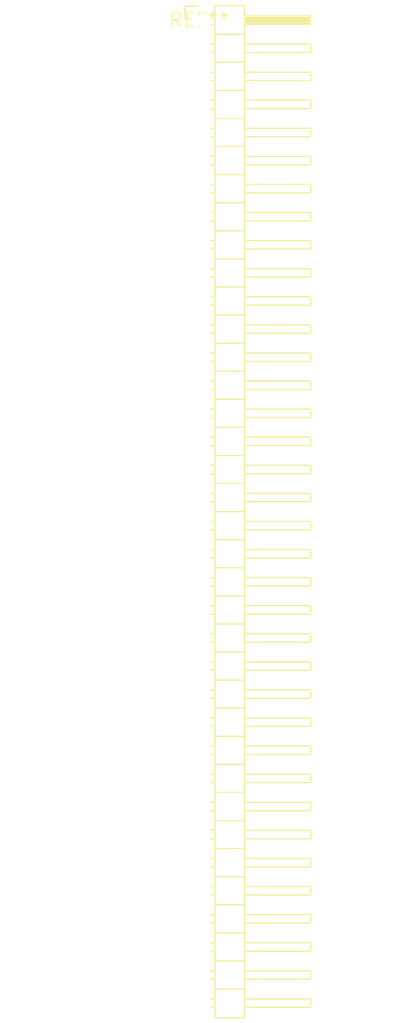
<source format=kicad_pcb>
(kicad_pcb (version 20240108) (generator pcbnew)
  (layers (0 "F.Cu" signal) (31 "B.Cu" signal) (34 "B.Paste" user) (35 "F.Paste" user) (36 "B.SilkS" user "B.Silkscreen") (37 "F.SilkS" user "F.Silkscreen") (38 "B.Mask" user) (39 "F.Mask" user) (44 "Edge.Cuts" user))
  (net 0 "")
  (footprint "PinHeader_1x36_P2.54mm_Horizontal" (layer "F.Cu") (at 0 0)
    (property "Reference" "REF**")
    (property "Value" "PinHeader_1x36_P2.54mm_Horizontal")
    (fp_line (start -1.27 -1.27) (end 0 -1.27) (layer "F.SilkS") (stroke (width 0.12)))
    (fp_line (start -1.27 0) (end -1.27 -1.27) (layer "F.SilkS") (stroke (width 0.12)))
    (fp_line (start 1.042929 2.16) (end 1.44 2.16) (layer "F.SilkS") (stroke (width 0.12)))
    (fp_line (start 1.042929 2.92) (end 1.44 2.92) (layer "F.SilkS") (stroke (width 0.12)))
    (fp_line (start 1.042929 4.7) (end 1.44 4.7) (layer "F.SilkS") (stroke (width 0.12)))
    (fp_line (start 1.042929 5.46) (end 1.44 5.46) (layer "F.SilkS") (stroke (width 0.12)))
    (fp_line (start 1.042929 7.24) (end 1.44 7.24) (layer "F.SilkS") (stroke (width 0.12)))
    (fp_line (start 1.042929 8) (end 1.44 8) (layer "F.SilkS") (stroke (width 0.12)))
    (fp_line (start 1.042929 9.78) (end 1.44 9.78) (layer "F.SilkS") (stroke (width 0.12)))
    (fp_line (start 1.042929 10.54) (end 1.44 10.54) (layer "F.SilkS") (stroke (width 0.12)))
    (fp_line (start 1.042929 12.32) (end 1.44 12.32) (layer "F.SilkS") (stroke (width 0.12)))
    (fp_line (start 1.042929 13.08) (end 1.44 13.08) (layer "F.SilkS") (stroke (width 0.12)))
    (fp_line (start 1.042929 14.86) (end 1.44 14.86) (layer "F.SilkS") (stroke (width 0.12)))
    (fp_line (start 1.042929 15.62) (end 1.44 15.62) (layer "F.SilkS") (stroke (width 0.12)))
    (fp_line (start 1.042929 17.4) (end 1.44 17.4) (layer "F.SilkS") (stroke (width 0.12)))
    (fp_line (start 1.042929 18.16) (end 1.44 18.16) (layer "F.SilkS") (stroke (width 0.12)))
    (fp_line (start 1.042929 19.94) (end 1.44 19.94) (layer "F.SilkS") (stroke (width 0.12)))
    (fp_line (start 1.042929 20.7) (end 1.44 20.7) (layer "F.SilkS") (stroke (width 0.12)))
    (fp_line (start 1.042929 22.48) (end 1.44 22.48) (layer "F.SilkS") (stroke (width 0.12)))
    (fp_line (start 1.042929 23.24) (end 1.44 23.24) (layer "F.SilkS") (stroke (width 0.12)))
    (fp_line (start 1.042929 25.02) (end 1.44 25.02) (layer "F.SilkS") (stroke (width 0.12)))
    (fp_line (start 1.042929 25.78) (end 1.44 25.78) (layer "F.SilkS") (stroke (width 0.12)))
    (fp_line (start 1.042929 27.56) (end 1.44 27.56) (layer "F.SilkS") (stroke (width 0.12)))
    (fp_line (start 1.042929 28.32) (end 1.44 28.32) (layer "F.SilkS") (stroke (width 0.12)))
    (fp_line (start 1.042929 30.1) (end 1.44 30.1) (layer "F.SilkS") (stroke (width 0.12)))
    (fp_line (start 1.042929 30.86) (end 1.44 30.86) (layer "F.SilkS") (stroke (width 0.12)))
    (fp_line (start 1.042929 32.64) (end 1.44 32.64) (layer "F.SilkS") (stroke (width 0.12)))
    (fp_line (start 1.042929 33.4) (end 1.44 33.4) (layer "F.SilkS") (stroke (width 0.12)))
    (fp_line (start 1.042929 35.18) (end 1.44 35.18) (layer "F.SilkS") (stroke (width 0.12)))
    (fp_line (start 1.042929 35.94) (end 1.44 35.94) (layer "F.SilkS") (stroke (width 0.12)))
    (fp_line (start 1.042929 37.72) (end 1.44 37.72) (layer "F.SilkS") (stroke (width 0.12)))
    (fp_line (start 1.042929 38.48) (end 1.44 38.48) (layer "F.SilkS") (stroke (width 0.12)))
    (fp_line (start 1.042929 40.26) (end 1.44 40.26) (layer "F.SilkS") (stroke (width 0.12)))
    (fp_line (start 1.042929 41.02) (end 1.44 41.02) (layer "F.SilkS") (stroke (width 0.12)))
    (fp_line (start 1.042929 42.8) (end 1.44 42.8) (layer "F.SilkS") (stroke (width 0.12)))
    (fp_line (start 1.042929 43.56) (end 1.44 43.56) (layer "F.SilkS") (stroke (width 0.12)))
    (fp_line (start 1.042929 45.34) (end 1.44 45.34) (layer "F.SilkS") (stroke (width 0.12)))
    (fp_line (start 1.042929 46.1) (end 1.44 46.1) (layer "F.SilkS") (stroke (width 0.12)))
    (fp_line (start 1.042929 47.88) (end 1.44 47.88) (layer "F.SilkS") (stroke (width 0.12)))
    (fp_line (start 1.042929 48.64) (end 1.44 48.64) (layer "F.SilkS") (stroke (width 0.12)))
    (fp_line (start 1.042929 50.42) (end 1.44 50.42) (layer "F.SilkS") (stroke (width 0.12)))
    (fp_line (start 1.042929 51.18) (end 1.44 51.18) (layer "F.SilkS") (stroke (width 0.12)))
    (fp_line (start 1.042929 52.96) (end 1.44 52.96) (layer "F.SilkS") (stroke (width 0.12)))
    (fp_line (start 1.042929 53.72) (end 1.44 53.72) (layer "F.SilkS") (stroke (width 0.12)))
    (fp_line (start 1.042929 55.5) (end 1.44 55.5) (layer "F.SilkS") (stroke (width 0.12)))
    (fp_line (start 1.042929 56.26) (end 1.44 56.26) (layer "F.SilkS") (stroke (width 0.12)))
    (fp_line (start 1.042929 58.04) (end 1.44 58.04) (layer "F.SilkS") (stroke (width 0.12)))
    (fp_line (start 1.042929 58.8) (end 1.44 58.8) (layer "F.SilkS") (stroke (width 0.12)))
    (fp_line (start 1.042929 60.58) (end 1.44 60.58) (layer "F.SilkS") (stroke (width 0.12)))
    (fp_line (start 1.042929 61.34) (end 1.44 61.34) (layer "F.SilkS") (stroke (width 0.12)))
    (fp_line (start 1.042929 63.12) (end 1.44 63.12) (layer "F.SilkS") (stroke (width 0.12)))
    (fp_line (start 1.042929 63.88) (end 1.44 63.88) (layer "F.SilkS") (stroke (width 0.12)))
    (fp_line (start 1.042929 65.66) (end 1.44 65.66) (layer "F.SilkS") (stroke (width 0.12)))
    (fp_line (start 1.042929 66.42) (end 1.44 66.42) (layer "F.SilkS") (stroke (width 0.12)))
    (fp_line (start 1.042929 68.2) (end 1.44 68.2) (layer "F.SilkS") (stroke (width 0.12)))
    (fp_line (start 1.042929 68.96) (end 1.44 68.96) (layer "F.SilkS") (stroke (width 0.12)))
    (fp_line (start 1.042929 70.74) (end 1.44 70.74) (layer "F.SilkS") (stroke (width 0.12)))
    (fp_line (start 1.042929 71.5) (end 1.44 71.5) (layer "F.SilkS") (stroke (width 0.12)))
    (fp_line (start 1.042929 73.28) (end 1.44 73.28) (layer "F.SilkS") (stroke (width 0.12)))
    (fp_line (start 1.042929 74.04) (end 1.44 74.04) (layer "F.SilkS") (stroke (width 0.12)))
    (fp_line (start 1.042929 75.82) (end 1.44 75.82) (layer "F.SilkS") (stroke (width 0.12)))
    (fp_line (start 1.042929 76.58) (end 1.44 76.58) (layer "F.SilkS") (stroke (width 0.12)))
    (fp_line (start 1.042929 78.36) (end 1.44 78.36) (layer "F.SilkS") (stroke (width 0.12)))
    (fp_line (start 1.042929 79.12) (end 1.44 79.12) (layer "F.SilkS") (stroke (width 0.12)))
    (fp_line (start 1.042929 80.9) (end 1.44 80.9) (layer "F.SilkS") (stroke (width 0.12)))
    (fp_line (start 1.042929 81.66) (end 1.44 81.66) (layer "F.SilkS") (stroke (width 0.12)))
    (fp_line (start 1.042929 83.44) (end 1.44 83.44) (layer "F.SilkS") (stroke (width 0.12)))
    (fp_line (start 1.042929 84.2) (end 1.44 84.2) (layer "F.SilkS") (stroke (width 0.12)))
    (fp_line (start 1.042929 85.98) (end 1.44 85.98) (layer "F.SilkS") (stroke (width 0.12)))
    (fp_line (start 1.042929 86.74) (end 1.44 86.74) (layer "F.SilkS") (stroke (width 0.12)))
    (fp_line (start 1.042929 88.52) (end 1.44 88.52) (layer "F.SilkS") (stroke (width 0.12)))
    (fp_line (start 1.042929 89.28) (end 1.44 89.28) (layer "F.SilkS") (stroke (width 0.12)))
    (fp_line (start 1.11 -0.38) (end 1.44 -0.38) (layer "F.SilkS") (stroke (width 0.12)))
    (fp_line (start 1.11 0.38) (end 1.44 0.38) (layer "F.SilkS") (stroke (width 0.12)))
    (fp_line (start 1.44 -1.33) (end 1.44 90.23) (layer "F.SilkS") (stroke (width 0.12)))
    (fp_line (start 1.44 1.27) (end 4.1 1.27) (layer "F.SilkS") (stroke (width 0.12)))
    (fp_line (start 1.44 3.81) (end 4.1 3.81) (layer "F.SilkS") (stroke (width 0.12)))
    (fp_line (start 1.44 6.35) (end 4.1 6.35) (layer "F.SilkS") (stroke (width 0.12)))
    (fp_line (start 1.44 8.89) (end 4.1 8.89) (layer "F.SilkS") (stroke (width 0.12)))
    (fp_line (start 1.44 11.43) (end 4.1 11.43) (layer "F.SilkS") (stroke (width 0.12)))
    (fp_line (start 1.44 13.97) (end 4.1 13.97) (layer "F.SilkS") (stroke (width 0.12)))
    (fp_line (start 1.44 16.51) (end 4.1 16.51) (layer "F.SilkS") (stroke (width 0.12)))
    (fp_line (start 1.44 19.05) (end 4.1 19.05) (layer "F.SilkS") (stroke (width 0.12)))
    (fp_line (start 1.44 21.59) (end 4.1 21.59) (layer "F.SilkS") (stroke (width 0.12)))
    (fp_line (start 1.44 24.13) (end 4.1 24.13) (layer "F.SilkS") (stroke (width 0.12)))
    (fp_line (start 1.44 26.67) (end 4.1 26.67) (layer "F.SilkS") (stroke (width 0.12)))
    (fp_line (start 1.44 29.21) (end 4.1 29.21) (layer "F.SilkS") (stroke (width 0.12)))
    (fp_line (start 1.44 31.75) (end 4.1 31.75) (layer "F.SilkS") (stroke (width 0.12)))
    (fp_line (start 1.44 34.29) (end 4.1 34.29) (layer "F.SilkS") (stroke (width 0.12)))
    (fp_line (start 1.44 36.83) (end 4.1 36.83) (layer "F.SilkS") (stroke (width 0.12)))
    (fp_line (start 1.44 39.37) (end 4.1 39.37) (layer "F.SilkS") (stroke (width 0.12)))
    (fp_line (start 1.44 41.91) (end 4.1 41.91) (layer "F.SilkS") (stroke (width 0.12)))
    (fp_line (start 1.44 44.45) (end 4.1 44.45) (layer "F.SilkS") (stroke (width 0.12)))
    (fp_line (start 1.44 46.99) (end 4.1 46.99) (layer "F.SilkS") (stroke (width 0.12)))
    (fp_line (start 1.44 49.53) (end 4.1 49.53) (layer "F.SilkS") (stroke (width 0.12)))
    (fp_line (start 1.44 52.07) (end 4.1 52.07) (layer "F.SilkS") (stroke (width 0.12)))
    (fp_line (start 1.44 54.61) (end 4.1 54.61) (layer "F.SilkS") (stroke (width 0.12)))
    (fp_line (start 1.44 57.15) (end 4.1 57.15) (layer "F.SilkS") (stroke (width 0.12)))
    (fp_line (start 1.44 59.69) (end 4.1 59.69) (layer "F.SilkS") (stroke (width 0.12)))
    (fp_line (start 1.44 62.23) (end 4.1 62.23) (layer "F.SilkS") (stroke (width 0.12)))
    (fp_line (start 1.44 64.77) (end 4.1 64.77) (layer "F.SilkS") (stroke (width 0.12)))
    (fp_line (start 1.44 67.31) (end 4.1 67.31) (layer "F.SilkS") (stroke (width 0.12)))
    (fp_line (start 1.44 69.85) (end 4.1 69.85) (layer "F.SilkS") (stroke (width 0.12)))
    (fp_line (start 1.44 72.39) (end 4.1 72.39) (layer "F.SilkS") (stroke (width 0.12)))
    (fp_line (start 1.44 74.93) (end 4.1 74.93) (layer "F.SilkS") (stroke (width 0.12)))
    (fp_line (start 1.44 77.47) (end 4.1 77.47) (layer "F.SilkS") (stroke (width 0.12)))
    (fp_line (start 1.44 80.01) (end 4.1 80.01) (layer "F.SilkS") (stroke (width 0.12)))
    (fp_line (start 1.44 82.55) (end 4.1 82.55) (layer "F.SilkS") (stroke (width 0.12)))
    (fp_line (start 1.44 85.09) (end 4.1 85.09) (layer "F.SilkS") (stroke (width 0.12)))
    (fp_line (start 1.44 87.63) (end 4.1 87.63) (layer "F.SilkS") (stroke (width 0.12)))
    (fp_line (start 1.44 90.23) (end 4.1 90.23) (layer "F.SilkS") (stroke (width 0.12)))
    (fp_line (start 4.1 -1.33) (end 1.44 -1.33) (layer "F.SilkS") (stroke (width 0.12)))
    (fp_line (start 4.1 -0.38) (end 10.1 -0.38) (layer "F.SilkS") (stroke (width 0.12)))
    (fp_line (start 4.1 -0.32) (end 10.1 -0.32) (layer "F.SilkS") (stroke (width 0.12)))
    (fp_line (start 4.1 -0.2) (end 10.1 -0.2) (layer "F.SilkS") (stroke (width 0.12)))
    (fp_line (start 4.1 -0.08) (end 10.1 -0.08) (layer "F.SilkS") (stroke (width 0.12)))
    (fp_line (start 4.1 0.04) (end 10.1 0.04) (layer "F.SilkS") (stroke (width 0.12)))
    (fp_line (start 4.1 0.16) (end 10.1 0.16) (layer "F.SilkS") (stroke (width 0.12)))
    (fp_line (start 4.1 0.28) (end 10.1 0.28) (layer "F.SilkS") (stroke (width 0.12)))
    (fp_line (start 4.1 2.16) (end 10.1 2.16) (layer "F.SilkS") (stroke (width 0.12)))
    (fp_line (start 4.1 4.7) (end 10.1 4.7) (layer "F.SilkS") (stroke (width 0.12)))
    (fp_line (start 4.1 7.24) (end 10.1 7.24) (layer "F.SilkS") (stroke (width 0.12)))
    (fp_line (start 4.1 9.78) (end 10.1 9.78) (layer "F.SilkS") (stroke (width 0.12)))
    (fp_line (start 4.1 12.32) (end 10.1 12.32) (layer "F.SilkS") (stroke (width 0.12)))
    (fp_line (start 4.1 14.86) (end 10.1 14.86) (layer "F.SilkS") (stroke (width 0.12)))
    (fp_line (start 4.1 17.4) (end 10.1 17.4) (layer "F.SilkS") (stroke (width 0.12)))
    (fp_line (start 4.1 19.94) (end 10.1 19.94) (layer "F.SilkS") (stroke (width 0.12)))
    (fp_line (start 4.1 22.48) (end 10.1 22.48) (layer "F.SilkS") (stroke (width 0.12)))
    (fp_line (start 4.1 25.02) (end 10.1 25.02) (layer "F.SilkS") (stroke (width 0.12)))
    (fp_line (start 4.1 27.56) (end 10.1 27.56) (layer "F.SilkS") (stroke (width 0.12)))
    (fp_line (start 4.1 30.1) (end 10.1 30.1) (layer "F.SilkS") (stroke (width 0.12)))
    (fp_line (start 4.1 32.64) (end 10.1 32.64) (layer "F.SilkS") (stroke (width 0.12)))
    (fp_line (start 4.1 35.18) (end 10.1 35.18) (layer "F.SilkS") (stroke (width 0.12)))
    (fp_line (start 4.1 37.72) (end 10.1 37.72) (layer "F.SilkS") (stroke (width 0.12)))
    (fp_line (start 4.1 40.26) (end 10.1 40.26) (layer "F.SilkS") (stroke (width 0.12)))
    (fp_line (start 4.1 42.8) (end 10.1 42.8) (layer "F.SilkS") (stroke (width 0.12)))
    (fp_line (start 4.1 45.34) (end 10.1 45.34) (layer "F.SilkS") (stroke (width 0.12)))
    (fp_line (start 4.1 47.88) (end 10.1 47.88) (layer "F.SilkS") (stroke (width 0.12)))
    (fp_line (start 4.1 50.42) (end 10.1 50.42) (layer "F.SilkS") (stroke (width 0.12)))
    (fp_line (start 4.1 52.96) (end 10.1 52.96) (layer "F.SilkS") (stroke (width 0.12)))
    (fp_line (start 4.1 55.5) (end 10.1 55.5) (layer "F.SilkS") (stroke (width 0.12)))
    (fp_line (start 4.1 58.04) (end 10.1 58.04) (layer "F.SilkS") (stroke (width 0.12)))
    (fp_line (start 4.1 60.58) (end 10.1 60.58) (layer "F.SilkS") (stroke (width 0.12)))
    (fp_line (start 4.1 63.12) (end 10.1 63.12) (layer "F.SilkS") (stroke (width 0.12)))
    (fp_line (start 4.1 65.66) (end 10.1 65.66) (layer "F.SilkS") (stroke (width 0.12)))
    (fp_line (start 4.1 68.2) (end 10.1 68.2) (layer "F.SilkS") (stroke (width 0.12)))
    (fp_line (start 4.1 70.74) (end 10.1 70.74) (layer "F.SilkS") (stroke (width 0.12)))
    (fp_line (start 4.1 73.28) (end 10.1 73.28) (layer "F.SilkS") (stroke (width 0.12)))
    (fp_line (start 4.1 75.82) (end 10.1 75.82) (layer "F.SilkS") (stroke (width 0.12)))
    (fp_line (start 4.1 78.36) (end 10.1 78.36) (layer "F.SilkS") (stroke (width 0.12)))
    (fp_line (start 4.1 80.9) (end 10.1 80.9) (layer "F.SilkS") (stroke (width 0.12)))
    (fp_line (start 4.1 83.44) (end 10.1 83.44) (layer "F.SilkS") (stroke (width 0.12)))
    (fp_line (start 4.1 85.98) (end 10.1 85.98) (layer "F.SilkS") (stroke (width 0.12)))
    (fp_line (start 4.1 88.52) (end 10.1 88.52) (layer "F.SilkS") (stroke (width 0.12)))
    (fp_line (start 4.1 90.23) (end 4.1 -1.33) (layer "F.SilkS") (stroke (width 0.12)))
    (fp_line (start 10.1 -0.38) (end 10.1 0.38) (layer "F.SilkS") (stroke (width 0.12)))
    (fp_line (start 10.1 0.38) (end 4.1 0.38) (layer "F.SilkS") (stroke (width 0.12)))
    (fp_line (start 10.1 2.16) (end 10.1 2.92) (layer "F.SilkS") (stroke (width 0.12)))
    (fp_line (start 10.1 2.92) (end 4.1 2.92) (layer "F.SilkS") (stroke (width 0.12)))
    (fp_line (start 10.1 4.7) (end 10.1 5.46) (layer "F.SilkS") (stroke (width 0.12)))
    (fp_line (start 10.1 5.46) (end 4.1 5.46) (layer "F.SilkS") (stroke (width 0.12)))
    (fp_line (start 10.1 7.24) (end 10.1 8) (layer "F.SilkS") (stroke (width 0.12)))
    (fp_line (start 10.1 8) (end 4.1 8) (layer "F.SilkS") (stroke (width 0.12)))
    (fp_line (start 10.1 9.78) (end 10.1 10.54) (layer "F.SilkS") (stroke (width 0.12)))
    (fp_line (start 10.1 10.54) (end 4.1 10.54) (layer "F.SilkS") (stroke (width 0.12)))
    (fp_line (start 10.1 12.32) (end 10.1 13.08) (layer "F.SilkS") (stroke (width 0.12)))
    (fp_line (start 10.1 13.08) (end 4.1 13.08) (layer "F.SilkS") (stroke (width 0.12)))
    (fp_line (start 10.1 14.86) (end 10.1 15.62) (layer "F.SilkS") (stroke (width 0.12)))
    (fp_line (start 10.1 15.62) (end 4.1 15.62) (layer "F.SilkS") (stroke (width 0.12)))
    (fp_line (start 10.1 17.4) (end 10.1 18.16) (layer "F.SilkS") (stroke (width 0.12)))
    (fp_line (start 10.1 18.16) (end 4.1 18.16) (layer "F.SilkS") (stroke (width 0.12)))
    (fp_line (start 10.1 19.94) (end 10.1 20.7) (layer "F.SilkS") (stroke (width 0.12)))
    (fp_line (start 10.1 20.7) (end 4.1 20.7) (layer "F.SilkS") (stroke (width 0.12)))
    (fp_line (start 10.1 22.48) (end 10.1 23.24) (layer "F.SilkS") (stroke (width 0.12)))
    (fp_line (start 10.1 23.24) (end 4.1 23.24) (layer "F.SilkS") (stroke (width 0.12)))
    (fp_line (start 10.1 25.02) (end 10.1 25.78) (layer "F.SilkS") (stroke (width 0.12)))
    (fp_line (start 10.1 25.78) (end 4.1 25.78) (layer "F.SilkS") (stroke (width 0.12)))
    (fp_line (start 10.1 27.56) (end 10.1 28.32) (layer "F.SilkS") (stroke (width 0.12)))
    (fp_line (start 10.1 28.32) (end 4.1 28.32) (layer "F.SilkS") (stroke (width 0.12)))
    (fp_line (start 10.1 30.1) (end 10.1 30.86) (layer "F.SilkS") (stroke (width 0.12)))
    (fp_line (start 10.1 30.86) (end 4.1 30.86) (layer "F.SilkS") (stroke (width 0.12)))
    (fp_line (start 10.1 32.64) (end 10.1 33.4) (layer "F.SilkS") (stroke (width 0.12)))
    (fp_line (start 10.1 33.4) (end 4.1 33.4) (layer "F.SilkS") (stroke (width 0.12)))
    (fp_line (start 10.1 35.18) (end 10.1 35.94) (layer "F.SilkS") (stroke (width 0.12)))
    (fp_line (start 10.1 35.94) (end 4.1 35.94) (layer "F.SilkS") (stroke (width 0.12)))
    (fp_line (start 10.1 37.72) (end 10.1 38.48) (layer "F.SilkS") (stroke (width 0.12)))
    (fp_line (start 10.1 38.48) (end 4.1 38.48) (layer "F.SilkS") (stroke (width 0.12)))
    (fp_line (start 10.1 40.26) (end 10.1 41.02) (layer "F.SilkS") (stroke (width 0.12)))
    (fp_line (start 10.1 41.02) (end 4.1 41.02) (layer "F.SilkS") (stroke (width 0.12)))
    (fp_line (start 10.1 42.8) (end 10.1 43.56) (layer "F.SilkS") (stroke (width 0.12)))
    (fp_line (start 10.1 43.56) (end 4.1 43.56) (layer "F.SilkS") (stroke (width 0.12)))
    (fp_line (start 10.1 45.34) (end 10.1 46.1) (layer "F.SilkS") (stroke (width 0.12)))
    (fp_line (start 10.1 46.1) (end 4.1 46.1) (layer "F.SilkS") (stroke (width 0.12)))
    (fp_line (start 10.1 47.88) (end 10.1 48.64) (layer "F.SilkS") (stroke (width 0.12)))
    (fp_line (start 10.1 48.64) (end 4.1 48.64) (layer "F.SilkS") (stroke (width 0.12)))
    (fp_line (start 10.1 50.42) (end 10.1 51.18) (layer "F.SilkS") (stroke (width 0.12)))
    (fp_line (start 10.1 51.18) (end 4.1 51.18) (layer "F.SilkS") (stroke (width 0.12)))
    (fp_line (start 10.1 52.96) (end 10.1 53.72) (layer "F.SilkS") (stroke (width 0.12)))
    (fp_line (start 10.1 53.72) (end 4.1 53.72) (layer "F.SilkS") (stroke (width 0.12)))
    (fp_line (start 10.1 55.5) (end 10.1 56.26) (layer "F.SilkS") (stroke (width 0.12)))
    (fp_line (start 10.1 56.26) (end 4.1 56.26) (layer "F.SilkS") (stroke (width 0.12)))
    (fp_line (start 10.1 58.04) (end 10.1 58.8) (layer "F.SilkS") (stroke (width 0.12)))
    (fp_line (start 10.1 58.8) (end 4.1 58.8) (layer "F.SilkS") (stroke (width 0.12)))
    (fp_line (start 10.1 60.58) (end 10.1 61.34) (layer "F.SilkS") (stroke (width 0.12)))
    (fp_line (start 10.1 61.34) (end 4.1 61.34) (layer "F.SilkS") (stroke (width 0.12)))
    (fp_line (start 10.1 63.12) (end 10.1 63.88) (layer "F.SilkS") (stroke (width 0.12)))
    (fp_line (start 10.1 63.88) (end 4.1 63.88) (layer "F.SilkS") (stroke (width 0.12)))
    (fp_line (start 10.1 65.66) (end 10.1 66.42) (layer "F.SilkS") (stroke (width 0.12)))
    (fp_line (start 10.1 66.42) (end 4.1 66.42) (layer "F.SilkS") (stroke (width 0.12)))
    (fp_line (start 10.1 68.2) (end 10.1 68.96) (layer "F.SilkS") (stroke (width 0.12)))
    (fp_line (start 10.1 68.96) (end 4.1 68.96) (layer "F.SilkS") (stroke (width 0.12)))
    (fp_line (start 10.1 70.74) (end 10.1 71.5) (layer "F.SilkS") (stroke (width 0.12)))
    (fp_line (start 10.1 71.5) (end 4.1 71.5) (layer "F.SilkS") (stroke (width 0.12)))
    (fp_line (start 10.1 73.28) (end 10.1 74.04) (layer "F.SilkS") (stroke (width 0.12)))
    (fp_line (start 10.1 74.04) (end 4.1 74.04) (layer "F.SilkS") (stroke (width 0.12)))
    (fp_line (start 10.1 75.82) (end 10.1 76.58) (layer "F.SilkS") (stroke (width 0.12)))
    (fp_line (start 10.1 76.58) (end 4.1 76.58) (layer "F.SilkS") (stroke (width 0.12)))
    (fp_line (start 10.1 78.36) (end 10.1 79.12) (layer "F.SilkS") (stroke (width 0.12)))
    (fp_line (start 10.1 79.12) (end 4.1 79.12) (layer "F.SilkS") (stroke (width 0.12)))
    (fp_line (start 10.1 80.9) (end 10.1 81.66) (layer "F.SilkS") (stroke (width 0.12)))
    (fp_line (start 10.1 81.66) (end 4.1 81.66) (layer "F.SilkS") (stroke (width 0.12)))
    (fp_line (start 10.1 83.44) (end 10.1 84.2) (layer "F.SilkS") (stroke (width 0.12)))
    (fp_line (start 10.1 84.2) (end 4.1 84.2) (layer "F.SilkS") (stroke (width 0.12)))
    (fp_line (start 10.1 85.98) (end 10.1 86.74) (layer "F.SilkS") (stroke (width 0.12)))
    (fp_line (start 10.1 86.74) (end 4.1 86.74) (layer "F.SilkS") (stroke (width 0.12)))
    (fp_line (start 10.1 88.52) (end 10.1 89.28) (layer "F.SilkS") (stroke (width 0.12)))
    (fp_line (start 10.1 89.28) (end 4.1 89.28) (layer "F.SilkS") (stroke (width 0.12)))
    (pad "1" thru_hole rect (at 0 0) (size 1.7 1.7) (drill 1) (layers *.Cu *.Mask) (remove_unused_layers))
    (pad "2" thru_hole oval (at 0 2.54) (size 1.7 1.7) (drill 1) (layers *.Cu *.Mask) (remove_unused_layers))
    (pad "3" thru_hole oval (at 0 5.08) (size 1.7 1.7) (drill 1) (layers *.Cu *.Mask) (remove_unused_layers))
    (pad "4" thru_hole oval (at 0 7.62) (size 1.7 1.7) (drill 1) (layers *.Cu *.Mask) (remove_unused_layers))
    (pad "5" thru_hole oval (at 0 10.16) (size 1.7 1.7) (drill 1) (layers *.Cu *.Mask) (remove_unused_layers))
    (pad "6" thru_hole oval (at 0 12.7) (size 1.7 1.7) (drill 1) (layers *.Cu *.Mask) (remove_unused_layers))
    (pad "7" thru_hole oval (at 0 15.24) (size 1.7 1.7) (drill 1) (layers *.Cu *.Mask) (remove_unused_layers))
    (pad "8" thru_hole oval (at 0 17.78) (size 1.7 1.7) (drill 1) (layers *.Cu *.Mask) (remove_unused_layers))
    (pad "9" thru_hole oval (at 0 20.32) (size 1.7 1.7) (drill 1) (layers *.Cu *.Mask) (remove_unused_layers))
    (pad "10" thru_hole oval (at 0 22.86) (size 1.7 1.7) (drill 1) (layers *.Cu *.Mask) (remove_unused_layers))
    (pad "11" thru_hole oval (at 0 25.4) (size 1.7 1.7) (drill 1) (layers *.Cu *.Mask) (remove_unused_layers))
    (pad "12" thru_hole oval (at 0 27.94) (size 1.7 1.7) (drill 1) (layers *.Cu *.Mask) (remove_unused_layers))
    (pad "13" thru_hole oval (at 0 30.48) (size 1.7 1.7) (drill 1) (layers *.Cu *.Mask) (remove_unused_layers))
    (pad "14" thru_hole oval (at 0 33.02) (size 1.7 1.7) (drill 1) (layers *.Cu *.Mask) (remove_unused_layers))
    (pad "15" thru_hole oval (at 0 35.56) (size 1.7 1.7) (drill 1) (layers *.Cu *.Mask) (remove_unused_layers))
    (pad "16" thru_hole oval (at 0 38.1) (size 1.7 1.7) (drill 1) (layers *.Cu *.Mask) (remove_unused_layers))
    (pad "17" thru_hole oval (at 0 40.64) (size 1.7 1.7) (drill 1) (layers *.Cu *.Mask) (remove_unused_layers))
    (pad "18" thru_hole oval (at 0 43.18) (size 1.7 1.7) (drill 1) (layers *.Cu *.Mask) (remove_unused_layers))
    (pad "19" thru_hole oval (at 0 45.72) (size 1.7 1.7) (drill 1) (layers *.Cu *.Mask) (remove_unused_layers))
    (pad "20" thru_hole oval (at 0 48.26) (size 1.7 1.7) (drill 1) (layers *.Cu *.Mask) (remove_unused_layers))
    (pad "21" thru_hole oval (at 0 50.8) (size 1.7 1.7) (drill 1) (layers *.Cu *.Mask) (remove_unused_layers))
    (pad "22" thru_hole oval (at 0 53.34) (size 1.7 1.7) (drill 1) (layers *.Cu *.Mask) (remove_unused_layers))
    (pad "23" thru_hole oval (at 0 55.88) (size 1.7 1.7) (drill 1) (layers *.Cu *.Mask) (remove_unused_layers))
    (pad "24" thru_hole oval (at 0 58.42) (size 1.7 1.7) (drill 1) (layers *.Cu *.Mask) (remove_unused_layers))
    (pad "25" thru_hole oval (at 0 60.96) (size 1.7 1.7) (drill 1) (layers *.Cu *.Mask) (remove_unused_layers))
    (pad "26" thru_hole oval (at 0 63.5) (size 1.7 1.7) (drill 1) (layers *.Cu *.Mask) (remove_unused_layers))
    (pad "27" thru_hole oval (at 0 66.04) (size 1.7 1.7) (drill 1) (layers *.Cu *.Mask) (remove_unused_layers))
    (pad "28" thru_hole oval (at 0 68.58) (size 1.7 1.7) (drill 1) (layers *.Cu *.Mask) (remove_unused_layers))
    (pad "29" thru_hole oval (at 0 71.12) (size 1.7 1.7) (drill 1) (layers *.Cu *.Mask) (remove_unused_layers))
    (pad "30" thru_hole oval (at 0 73.66) (size 1.7 1.7) (drill 1) (layers *.Cu *.Mask) (remove_unused_layers))
    (pad "31" thru_hole oval (at 0 76.2) (size 1.7 1.7) (drill 1) (layers *.Cu *.Mask) (remove_unused_layers))
    (pad "32" thru_hole oval (at 0 78.74) (size 1.7 1.7) (drill 1) (layers *.Cu *.Mask) (remove_unused_layers))
    (pad "33" thru_hole oval (at 0 81.28) (size 1.7 1.7) (drill 1) (layers *.Cu *.Mask) (remove_unused_layers))
    (pad "34" thru_hole oval (at 0 83.82) (size 1.7 1.7) (drill 1) (layers *.Cu *.Mask) (remove_unused_layers))
    (pad "35" thru_hole oval (at 0 86.36) (size 1.7 1.7) (drill 1) (layers *.Cu *.Mask) (remove_unused_layers))
    (pad "36" thru_hole oval (at 0 88.9) (size 1.7 1.7) (drill 1) (layers *.Cu *.Mask) (remove_unused_layers))
  )
)
</source>
